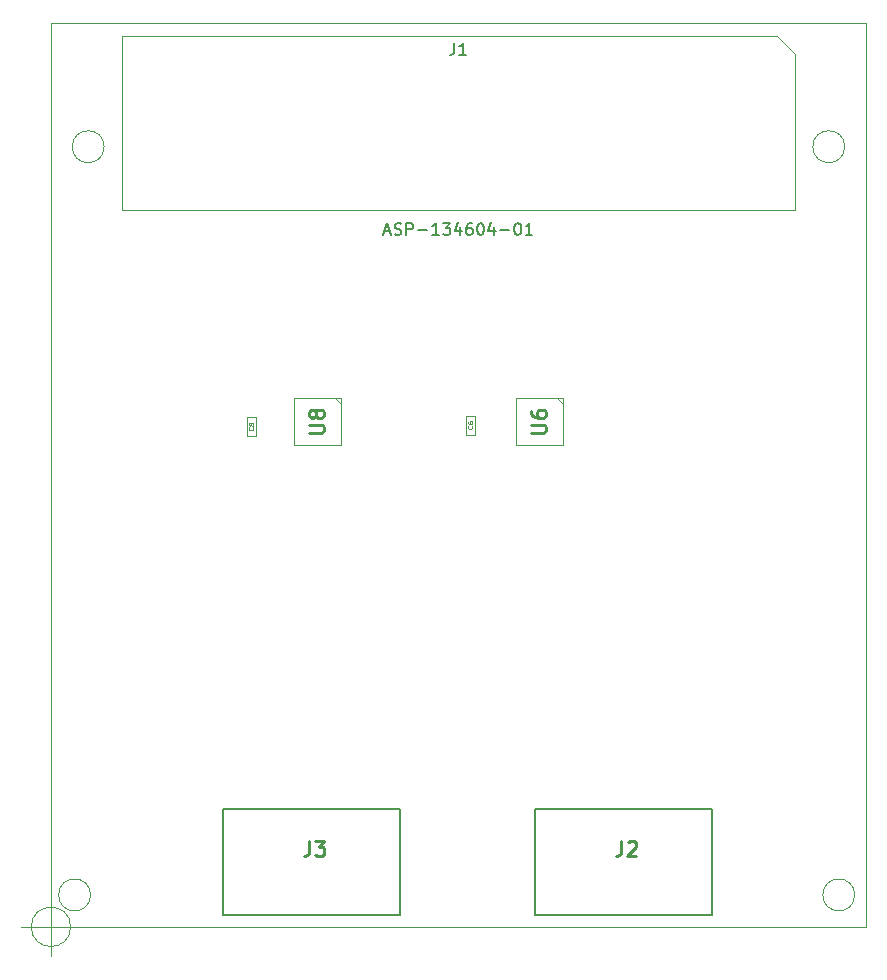
<source format=gbr>
G04 #@! TF.GenerationSoftware,KiCad,Pcbnew,(6.0.4-0)*
G04 #@! TF.CreationDate,2022-11-09T17:11:16+01:00*
G04 #@! TF.ProjectId,adapter_hybrid_assistor_hpc_2HDMI,61646170-7465-4725-9f68-79627269645f,rev?*
G04 #@! TF.SameCoordinates,Original*
G04 #@! TF.FileFunction,AssemblyDrawing,Top*
%FSLAX46Y46*%
G04 Gerber Fmt 4.6, Leading zero omitted, Abs format (unit mm)*
G04 Created by KiCad (PCBNEW (6.0.4-0)) date 2022-11-09 17:11:16*
%MOMM*%
%LPD*%
G01*
G04 APERTURE LIST*
G04 #@! TA.AperFunction,Profile*
%ADD10C,0.100000*%
G04 #@! TD*
G04 #@! TA.AperFunction,Profile*
%ADD11C,0.050000*%
G04 #@! TD*
%ADD12C,0.060000*%
%ADD13C,0.150000*%
%ADD14C,0.254000*%
%ADD15C,0.100000*%
%ADD16C,0.200000*%
G04 APERTURE END LIST*
D10*
X100000000Y-100000000D02*
X100000000Y-176500000D01*
X100000000Y-176500000D02*
X169000000Y-176500000D01*
X169000000Y-100000000D02*
X169000000Y-176500000D01*
X100000000Y-100000000D02*
X169000000Y-100000000D01*
D11*
X168050000Y-173800000D02*
G75*
G03*
X168050000Y-173800000I-1350000J0D01*
G01*
X103350000Y-173800000D02*
G75*
G03*
X103350000Y-173800000I-1350000J0D01*
G01*
X104500000Y-110450000D02*
G75*
G03*
X104500000Y-110450000I-1350000J0D01*
G01*
X167200000Y-110450000D02*
G75*
G03*
X167200000Y-110450000I-1350000J0D01*
G01*
X101666666Y-176500000D02*
G75*
G03*
X101666666Y-176500000I-1666666J0D01*
G01*
X97500000Y-176500000D02*
X102500000Y-176500000D01*
X100000000Y-174000000D02*
X100000000Y-179000000D01*
X101666666Y-176500000D02*
G75*
G03*
X101666666Y-176500000I-1666666J0D01*
G01*
X97500000Y-176500000D02*
X102500000Y-176500000D01*
X100000000Y-174000000D02*
X100000000Y-179000000D01*
X101666666Y-176500000D02*
G75*
G03*
X101666666Y-176500000I-1666666J0D01*
G01*
X97500000Y-176500000D02*
X102500000Y-176500000D01*
X100000000Y-174000000D02*
X100000000Y-179000000D01*
D12*
X117109857Y-134216666D02*
X117128904Y-134235714D01*
X117147952Y-134292857D01*
X117147952Y-134330952D01*
X117128904Y-134388095D01*
X117090809Y-134426190D01*
X117052714Y-134445238D01*
X116976523Y-134464285D01*
X116919380Y-134464285D01*
X116843190Y-134445238D01*
X116805095Y-134426190D01*
X116767000Y-134388095D01*
X116747952Y-134330952D01*
X116747952Y-134292857D01*
X116767000Y-134235714D01*
X116786047Y-134216666D01*
X116919380Y-133988095D02*
X116900333Y-134026190D01*
X116881285Y-134045238D01*
X116843190Y-134064285D01*
X116824142Y-134064285D01*
X116786047Y-134045238D01*
X116767000Y-134026190D01*
X116747952Y-133988095D01*
X116747952Y-133911904D01*
X116767000Y-133873809D01*
X116786047Y-133854761D01*
X116824142Y-133835714D01*
X116843190Y-133835714D01*
X116881285Y-133854761D01*
X116900333Y-133873809D01*
X116919380Y-133911904D01*
X116919380Y-133988095D01*
X116938428Y-134026190D01*
X116957476Y-134045238D01*
X116995571Y-134064285D01*
X117071761Y-134064285D01*
X117109857Y-134045238D01*
X117128904Y-134026190D01*
X117147952Y-133988095D01*
X117147952Y-133911904D01*
X117128904Y-133873809D01*
X117109857Y-133854761D01*
X117071761Y-133835714D01*
X116995571Y-133835714D01*
X116957476Y-133854761D01*
X116938428Y-133873809D01*
X116919380Y-133911904D01*
D13*
X128231095Y-117624666D02*
X128707285Y-117624666D01*
X128135857Y-117910380D02*
X128469190Y-116910380D01*
X128802523Y-117910380D01*
X129088238Y-117862761D02*
X129231095Y-117910380D01*
X129469190Y-117910380D01*
X129564428Y-117862761D01*
X129612047Y-117815142D01*
X129659666Y-117719904D01*
X129659666Y-117624666D01*
X129612047Y-117529428D01*
X129564428Y-117481809D01*
X129469190Y-117434190D01*
X129278714Y-117386571D01*
X129183476Y-117338952D01*
X129135857Y-117291333D01*
X129088238Y-117196095D01*
X129088238Y-117100857D01*
X129135857Y-117005619D01*
X129183476Y-116958000D01*
X129278714Y-116910380D01*
X129516809Y-116910380D01*
X129659666Y-116958000D01*
X130088238Y-117910380D02*
X130088238Y-116910380D01*
X130469190Y-116910380D01*
X130564428Y-116958000D01*
X130612047Y-117005619D01*
X130659666Y-117100857D01*
X130659666Y-117243714D01*
X130612047Y-117338952D01*
X130564428Y-117386571D01*
X130469190Y-117434190D01*
X130088238Y-117434190D01*
X131088238Y-117529428D02*
X131850142Y-117529428D01*
X132850142Y-117910380D02*
X132278714Y-117910380D01*
X132564428Y-117910380D02*
X132564428Y-116910380D01*
X132469190Y-117053238D01*
X132373952Y-117148476D01*
X132278714Y-117196095D01*
X133183476Y-116910380D02*
X133802523Y-116910380D01*
X133469190Y-117291333D01*
X133612047Y-117291333D01*
X133707285Y-117338952D01*
X133754904Y-117386571D01*
X133802523Y-117481809D01*
X133802523Y-117719904D01*
X133754904Y-117815142D01*
X133707285Y-117862761D01*
X133612047Y-117910380D01*
X133326333Y-117910380D01*
X133231095Y-117862761D01*
X133183476Y-117815142D01*
X134659666Y-117243714D02*
X134659666Y-117910380D01*
X134421571Y-116862761D02*
X134183476Y-117577047D01*
X134802523Y-117577047D01*
X135612047Y-116910380D02*
X135421571Y-116910380D01*
X135326333Y-116958000D01*
X135278714Y-117005619D01*
X135183476Y-117148476D01*
X135135857Y-117338952D01*
X135135857Y-117719904D01*
X135183476Y-117815142D01*
X135231095Y-117862761D01*
X135326333Y-117910380D01*
X135516809Y-117910380D01*
X135612047Y-117862761D01*
X135659666Y-117815142D01*
X135707285Y-117719904D01*
X135707285Y-117481809D01*
X135659666Y-117386571D01*
X135612047Y-117338952D01*
X135516809Y-117291333D01*
X135326333Y-117291333D01*
X135231095Y-117338952D01*
X135183476Y-117386571D01*
X135135857Y-117481809D01*
X136326333Y-116910380D02*
X136421571Y-116910380D01*
X136516809Y-116958000D01*
X136564428Y-117005619D01*
X136612047Y-117100857D01*
X136659666Y-117291333D01*
X136659666Y-117529428D01*
X136612047Y-117719904D01*
X136564428Y-117815142D01*
X136516809Y-117862761D01*
X136421571Y-117910380D01*
X136326333Y-117910380D01*
X136231095Y-117862761D01*
X136183476Y-117815142D01*
X136135857Y-117719904D01*
X136088238Y-117529428D01*
X136088238Y-117291333D01*
X136135857Y-117100857D01*
X136183476Y-117005619D01*
X136231095Y-116958000D01*
X136326333Y-116910380D01*
X137516809Y-117243714D02*
X137516809Y-117910380D01*
X137278714Y-116862761D02*
X137040619Y-117577047D01*
X137659666Y-117577047D01*
X138040619Y-117529428D02*
X138802523Y-117529428D01*
X139469190Y-116910380D02*
X139564428Y-116910380D01*
X139659666Y-116958000D01*
X139707285Y-117005619D01*
X139754904Y-117100857D01*
X139802523Y-117291333D01*
X139802523Y-117529428D01*
X139754904Y-117719904D01*
X139707285Y-117815142D01*
X139659666Y-117862761D01*
X139564428Y-117910380D01*
X139469190Y-117910380D01*
X139373952Y-117862761D01*
X139326333Y-117815142D01*
X139278714Y-117719904D01*
X139231095Y-117529428D01*
X139231095Y-117291333D01*
X139278714Y-117100857D01*
X139326333Y-117005619D01*
X139373952Y-116958000D01*
X139469190Y-116910380D01*
X140754904Y-117910380D02*
X140183476Y-117910380D01*
X140469190Y-117910380D02*
X140469190Y-116910380D01*
X140373952Y-117053238D01*
X140278714Y-117148476D01*
X140183476Y-117196095D01*
X134159666Y-101660380D02*
X134159666Y-102374666D01*
X134112047Y-102517523D01*
X134016809Y-102612761D01*
X133873952Y-102660380D01*
X133778714Y-102660380D01*
X135159666Y-102660380D02*
X134588238Y-102660380D01*
X134873952Y-102660380D02*
X134873952Y-101660380D01*
X134778714Y-101803238D01*
X134683476Y-101898476D01*
X134588238Y-101946095D01*
D14*
X148293666Y-169230523D02*
X148293666Y-170137666D01*
X148233190Y-170319095D01*
X148112238Y-170440047D01*
X147930809Y-170500523D01*
X147809857Y-170500523D01*
X148837952Y-169351476D02*
X148898428Y-169291000D01*
X149019380Y-169230523D01*
X149321761Y-169230523D01*
X149442714Y-169291000D01*
X149503190Y-169351476D01*
X149563666Y-169472428D01*
X149563666Y-169593380D01*
X149503190Y-169774809D01*
X148777476Y-170500523D01*
X149563666Y-170500523D01*
X121877666Y-169230523D02*
X121877666Y-170137666D01*
X121817190Y-170319095D01*
X121696238Y-170440047D01*
X121514809Y-170500523D01*
X121393857Y-170500523D01*
X122361476Y-169230523D02*
X123147666Y-169230523D01*
X122724333Y-169714333D01*
X122905761Y-169714333D01*
X123026714Y-169774809D01*
X123087190Y-169835285D01*
X123147666Y-169956238D01*
X123147666Y-170258619D01*
X123087190Y-170379571D01*
X123026714Y-170440047D01*
X122905761Y-170500523D01*
X122542904Y-170500523D01*
X122421952Y-170440047D01*
X122361476Y-170379571D01*
X121859523Y-134698619D02*
X122887619Y-134698619D01*
X123008571Y-134638142D01*
X123069047Y-134577666D01*
X123129523Y-134456714D01*
X123129523Y-134214809D01*
X123069047Y-134093857D01*
X123008571Y-134033380D01*
X122887619Y-133972904D01*
X121859523Y-133972904D01*
X122403809Y-133186714D02*
X122343333Y-133307666D01*
X122282857Y-133368142D01*
X122161904Y-133428619D01*
X122101428Y-133428619D01*
X121980476Y-133368142D01*
X121920000Y-133307666D01*
X121859523Y-133186714D01*
X121859523Y-132944809D01*
X121920000Y-132823857D01*
X121980476Y-132763380D01*
X122101428Y-132702904D01*
X122161904Y-132702904D01*
X122282857Y-132763380D01*
X122343333Y-132823857D01*
X122403809Y-132944809D01*
X122403809Y-133186714D01*
X122464285Y-133307666D01*
X122524761Y-133368142D01*
X122645714Y-133428619D01*
X122887619Y-133428619D01*
X123008571Y-133368142D01*
X123069047Y-133307666D01*
X123129523Y-133186714D01*
X123129523Y-132944809D01*
X123069047Y-132823857D01*
X123008571Y-132763380D01*
X122887619Y-132702904D01*
X122645714Y-132702904D01*
X122524761Y-132763380D01*
X122464285Y-132823857D01*
X122403809Y-132944809D01*
X140655523Y-134698619D02*
X141683619Y-134698619D01*
X141804571Y-134638142D01*
X141865047Y-134577666D01*
X141925523Y-134456714D01*
X141925523Y-134214809D01*
X141865047Y-134093857D01*
X141804571Y-134033380D01*
X141683619Y-133972904D01*
X140655523Y-133972904D01*
X140655523Y-132823857D02*
X140655523Y-133065761D01*
X140716000Y-133186714D01*
X140776476Y-133247190D01*
X140957904Y-133368142D01*
X141199809Y-133428619D01*
X141683619Y-133428619D01*
X141804571Y-133368142D01*
X141865047Y-133307666D01*
X141925523Y-133186714D01*
X141925523Y-132944809D01*
X141865047Y-132823857D01*
X141804571Y-132763380D01*
X141683619Y-132702904D01*
X141381238Y-132702904D01*
X141260285Y-132763380D01*
X141199809Y-132823857D01*
X141139333Y-132944809D01*
X141139333Y-133186714D01*
X141199809Y-133307666D01*
X141260285Y-133368142D01*
X141381238Y-133428619D01*
D12*
X135651857Y-134089666D02*
X135670904Y-134108714D01*
X135689952Y-134165857D01*
X135689952Y-134203952D01*
X135670904Y-134261095D01*
X135632809Y-134299190D01*
X135594714Y-134318238D01*
X135518523Y-134337285D01*
X135461380Y-134337285D01*
X135385190Y-134318238D01*
X135347095Y-134299190D01*
X135309000Y-134261095D01*
X135289952Y-134203952D01*
X135289952Y-134165857D01*
X135309000Y-134108714D01*
X135328047Y-134089666D01*
X135289952Y-133746809D02*
X135289952Y-133823000D01*
X135309000Y-133861095D01*
X135328047Y-133880142D01*
X135385190Y-133918238D01*
X135461380Y-133937285D01*
X135613761Y-133937285D01*
X135651857Y-133918238D01*
X135670904Y-133899190D01*
X135689952Y-133861095D01*
X135689952Y-133784904D01*
X135670904Y-133746809D01*
X135651857Y-133727761D01*
X135613761Y-133708714D01*
X135518523Y-133708714D01*
X135480428Y-133727761D01*
X135461380Y-133746809D01*
X135442333Y-133784904D01*
X135442333Y-133861095D01*
X135461380Y-133899190D01*
X135480428Y-133918238D01*
X135518523Y-133937285D01*
D15*
X117367000Y-133350000D02*
X116567000Y-133350000D01*
X117367000Y-134950000D02*
X117367000Y-133350000D01*
X116567000Y-133350000D02*
X116567000Y-134950000D01*
X116567000Y-134950000D02*
X117367000Y-134950000D01*
X162993000Y-102618000D02*
X162993000Y-115798000D01*
X105993000Y-101118000D02*
X161493000Y-101118000D01*
X162993000Y-102618000D02*
X161493000Y-101118000D01*
X105993000Y-101118000D02*
X105993000Y-115798000D01*
X162993000Y-115798000D02*
X105993000Y-115798000D01*
D16*
X155966000Y-175526000D02*
X140966000Y-175526000D01*
X140966000Y-175526000D02*
X140966000Y-166526000D01*
X155966000Y-166526000D02*
X155966000Y-175526000D01*
X140966000Y-166526000D02*
X155966000Y-166526000D01*
X114550000Y-175526000D02*
X114550000Y-166526000D01*
X129550000Y-175526000D02*
X114550000Y-175526000D01*
X129550000Y-166526000D02*
X129550000Y-175526000D01*
X114550000Y-166526000D02*
X129550000Y-166526000D01*
D15*
X120555000Y-135731000D02*
X120555000Y-131731000D01*
X124555000Y-131731000D02*
X124555000Y-135731000D01*
X124555000Y-135731000D02*
X120555000Y-135731000D01*
X120555000Y-131731000D02*
X124555000Y-131731000D01*
X124055000Y-131731000D02*
X124555000Y-132231000D01*
X139351000Y-131731000D02*
X143351000Y-131731000D01*
X143351000Y-135731000D02*
X139351000Y-135731000D01*
X139351000Y-135731000D02*
X139351000Y-131731000D01*
X142851000Y-131731000D02*
X143351000Y-132231000D01*
X143351000Y-131731000D02*
X143351000Y-135731000D01*
X135109000Y-134823000D02*
X135909000Y-134823000D01*
X135909000Y-134823000D02*
X135909000Y-133223000D01*
X135109000Y-133223000D02*
X135109000Y-134823000D01*
X135909000Y-133223000D02*
X135109000Y-133223000D01*
M02*

</source>
